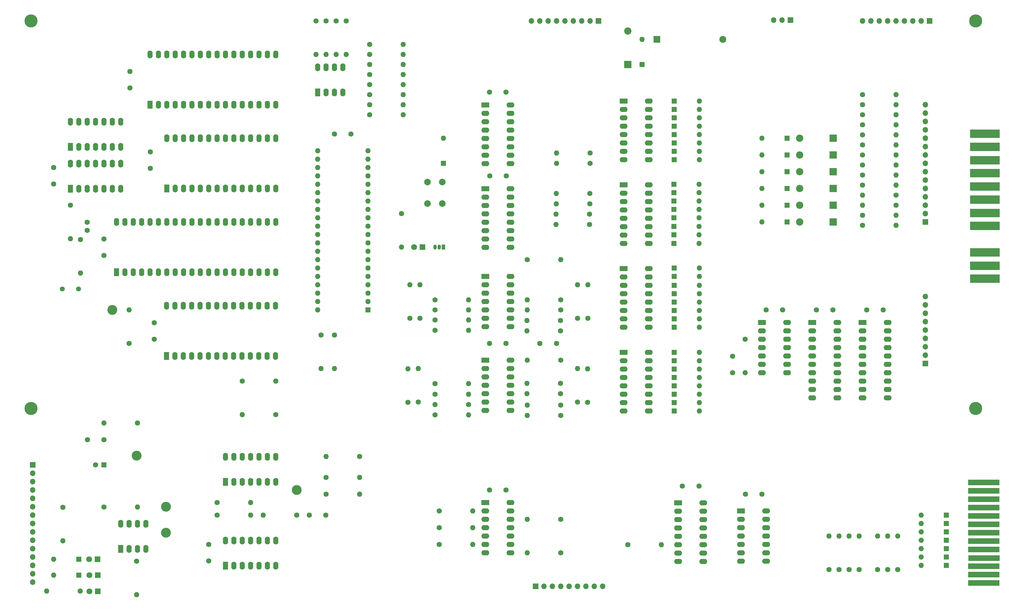
<source format=gbs>
G04 #@! TF.GenerationSoftware,KiCad,Pcbnew,6.0.4-6f826c9f35~116~ubuntu20.04.1*
G04 #@! TF.CreationDate,2022-04-15T20:21:11-04:00*
G04 #@! TF.ProjectId,gp-mpu,67702d6d-7075-42e6-9b69-6361645f7063,rev?*
G04 #@! TF.SameCoordinates,Original*
G04 #@! TF.FileFunction,Soldermask,Bot*
G04 #@! TF.FilePolarity,Negative*
%FSLAX46Y46*%
G04 Gerber Fmt 4.6, Leading zero omitted, Abs format (unit mm)*
G04 Created by KiCad (PCBNEW 6.0.4-6f826c9f35~116~ubuntu20.04.1) date 2022-04-15 20:21:11*
%MOMM*%
%LPD*%
G01*
G04 APERTURE LIST*
%ADD10R,1.600000X1.600000*%
%ADD11O,1.600000X1.600000*%
%ADD12C,1.600000*%
%ADD13R,1.600000X2.400000*%
%ADD14O,1.600000X2.400000*%
%ADD15R,1.700000X1.700000*%
%ADD16O,1.700000X1.700000*%
%ADD17C,3.000000*%
%ADD18R,2.200000X2.200000*%
%ADD19O,2.200000X2.200000*%
%ADD20R,1.800000X1.800000*%
%ADD21C,1.800000*%
%ADD22R,2.400000X1.600000*%
%ADD23O,2.400000X1.600000*%
%ADD24C,2.000000*%
%ADD25R,1.050000X1.500000*%
%ADD26O,1.050000X1.500000*%
%ADD27C,3.970020*%
%ADD28R,2.100000X2.100000*%
%ADD29C,2.100000*%
%ADD30R,9.525000X1.780000*%
%ADD31R,9.000000X2.500000*%
%ADD32C,1.500000*%
G04 APERTURE END LIST*
D10*
X203200000Y-73710800D03*
D11*
X210820000Y-73710800D03*
D12*
X152345000Y-153665000D03*
X147345000Y-153665000D03*
D13*
X44445000Y-36835000D03*
D14*
X46985000Y-36835000D03*
X49525000Y-36835000D03*
X52065000Y-36835000D03*
X54605000Y-36835000D03*
X57145000Y-36835000D03*
X59685000Y-36835000D03*
X62225000Y-36835000D03*
X64765000Y-36835000D03*
X67305000Y-36835000D03*
X69845000Y-36835000D03*
X72385000Y-36835000D03*
X74925000Y-36835000D03*
X77465000Y-36835000D03*
X80005000Y-36835000D03*
X82545000Y-36835000D03*
X82545000Y-21595000D03*
X80005000Y-21595000D03*
X77465000Y-21595000D03*
X74925000Y-21595000D03*
X72385000Y-21595000D03*
X69845000Y-21595000D03*
X67305000Y-21595000D03*
X64765000Y-21595000D03*
X62225000Y-21595000D03*
X59685000Y-21595000D03*
X57145000Y-21595000D03*
X54605000Y-21595000D03*
X52065000Y-21595000D03*
X49525000Y-21595000D03*
X46985000Y-21595000D03*
X44445000Y-21595000D03*
D10*
X203327000Y-124587000D03*
D11*
X210947000Y-124587000D03*
D12*
X270510000Y-67310000D03*
D11*
X260350000Y-67310000D03*
D12*
X97745000Y-161290000D03*
X92745000Y-161290000D03*
D13*
X67300000Y-176545000D03*
D14*
X69840000Y-176545000D03*
X72380000Y-176545000D03*
X74920000Y-176545000D03*
X77460000Y-176545000D03*
X80000000Y-176545000D03*
X82540000Y-176545000D03*
X82540000Y-168925000D03*
X80000000Y-168925000D03*
X77460000Y-168925000D03*
X74920000Y-168925000D03*
X72380000Y-168925000D03*
X69840000Y-168925000D03*
X67300000Y-168925000D03*
D15*
X279400000Y-115316000D03*
D16*
X279400000Y-112776000D03*
X279400000Y-110236000D03*
X279400000Y-107696000D03*
X279400000Y-105156000D03*
X279400000Y-102616000D03*
X279400000Y-100076000D03*
X279400000Y-97536000D03*
X279400000Y-94996000D03*
D12*
X40635000Y-133350000D03*
D11*
X30475000Y-133350000D03*
D17*
X88895000Y-153670000D03*
D12*
X88895000Y-161290000D03*
D11*
X78735000Y-161290000D03*
D12*
X125715000Y-126995000D03*
D11*
X125715000Y-116835000D03*
D12*
X23368000Y-77724000D03*
D11*
X23368000Y-87884000D03*
D10*
X285750000Y-171450000D03*
D11*
X278130000Y-171450000D03*
D10*
X285750000Y-161290000D03*
D11*
X278130000Y-161290000D03*
D18*
X251460000Y-57150000D03*
D19*
X241300000Y-57150000D03*
D12*
X270510000Y-64262000D03*
D11*
X260350000Y-64262000D03*
D12*
X264922000Y-177800000D03*
D11*
X264922000Y-167640000D03*
D20*
X28656200Y-184353200D03*
D21*
X26116200Y-184353200D03*
D12*
X177698400Y-66852800D03*
D11*
X167538400Y-66852800D03*
D12*
X130860800Y-121412000D03*
D11*
X141020800Y-121412000D03*
D22*
X146035000Y-157475000D03*
D23*
X146035000Y-160015000D03*
X146035000Y-162555000D03*
X146035000Y-165095000D03*
X146035000Y-167635000D03*
X146035000Y-170175000D03*
X146035000Y-172715000D03*
X153655000Y-172715000D03*
X153655000Y-170175000D03*
X153655000Y-167635000D03*
X153655000Y-165095000D03*
X153655000Y-162555000D03*
X153655000Y-160015000D03*
X153655000Y-157475000D03*
D12*
X82545000Y-130810000D03*
D11*
X72385000Y-130810000D03*
D12*
X30475000Y-82550000D03*
X30475000Y-77550000D03*
D10*
X203327000Y-40767000D03*
D11*
X210947000Y-40767000D03*
D22*
X229855000Y-102865000D03*
D23*
X229855000Y-105405000D03*
X229855000Y-107945000D03*
X229855000Y-110485000D03*
X229855000Y-113025000D03*
X229855000Y-115565000D03*
X229855000Y-118105000D03*
X237475000Y-118105000D03*
X237475000Y-115565000D03*
X237475000Y-113025000D03*
X237475000Y-110485000D03*
X237475000Y-107945000D03*
X237475000Y-105405000D03*
X237475000Y-102865000D03*
D22*
X204455000Y-157495000D03*
D23*
X204455000Y-160035000D03*
X204455000Y-162575000D03*
X204455000Y-165115000D03*
X204455000Y-167655000D03*
X204455000Y-170195000D03*
X204455000Y-172735000D03*
X204455000Y-175275000D03*
X212075000Y-175275000D03*
X212075000Y-172735000D03*
X212075000Y-170195000D03*
X212075000Y-167655000D03*
X212075000Y-165115000D03*
X212075000Y-162575000D03*
X212075000Y-160035000D03*
X212075000Y-157495000D03*
D12*
X132080000Y-170180000D03*
D11*
X142240000Y-170180000D03*
D13*
X20310000Y-49545000D03*
D14*
X22850000Y-49545000D03*
X25390000Y-49545000D03*
X27930000Y-49545000D03*
X30470000Y-49545000D03*
X33010000Y-49545000D03*
X35550000Y-49545000D03*
X35550000Y-41925000D03*
X33010000Y-41925000D03*
X30470000Y-41925000D03*
X27930000Y-41925000D03*
X25390000Y-41925000D03*
X22850000Y-41925000D03*
X20310000Y-41925000D03*
D12*
X20315000Y-67310000D03*
D11*
X20315000Y-77470000D03*
D12*
X64765000Y-161290000D03*
D11*
X74925000Y-161290000D03*
D12*
X44577000Y-51094000D03*
X44577000Y-56094000D03*
X110998000Y-33782000D03*
D11*
X121158000Y-33782000D03*
D24*
X128560000Y-66750000D03*
X128560000Y-60250000D03*
X133060000Y-66750000D03*
X133060000Y-60250000D03*
D12*
X120650000Y-69850000D03*
D11*
X120650000Y-80010000D03*
D10*
X203327000Y-96647000D03*
D11*
X210947000Y-96647000D03*
D12*
X130860800Y-130860800D03*
D11*
X141020800Y-130860800D03*
D20*
X28605400Y-179425600D03*
D21*
X26065400Y-179425600D03*
D10*
X285750000Y-176530000D03*
D11*
X278130000Y-176530000D03*
D10*
X203200000Y-78841600D03*
D11*
X210820000Y-78841600D03*
D10*
X203200000Y-63500000D03*
D11*
X210820000Y-63500000D03*
D12*
X210805000Y-152415000D03*
X205805000Y-152415000D03*
D25*
X133350000Y-80010000D03*
D26*
X132080000Y-80010000D03*
X130810000Y-80010000D03*
D10*
X203200000Y-71120000D03*
D11*
X210820000Y-71120000D03*
D10*
X203327000Y-116967000D03*
D11*
X210947000Y-116967000D03*
D12*
X107950000Y-143510000D03*
D11*
X97790000Y-143510000D03*
D12*
X110998000Y-27686000D03*
D11*
X121158000Y-27686000D03*
D27*
X8382000Y-11430000D03*
D10*
X203327000Y-94107000D03*
D11*
X210947000Y-94107000D03*
D10*
X203200000Y-68580000D03*
D11*
X210820000Y-68580000D03*
D17*
X33015000Y-99060000D03*
D15*
X280660000Y-11430000D03*
D16*
X278120000Y-11430000D03*
X275580000Y-11430000D03*
X273040000Y-11430000D03*
X270500000Y-11430000D03*
X267960000Y-11430000D03*
X265420000Y-11430000D03*
X262880000Y-11430000D03*
X260340000Y-11430000D03*
D13*
X49535000Y-62210000D03*
D14*
X52075000Y-62210000D03*
X54615000Y-62210000D03*
X57155000Y-62210000D03*
X59695000Y-62210000D03*
X62235000Y-62210000D03*
X64775000Y-62210000D03*
X67315000Y-62210000D03*
X69855000Y-62210000D03*
X72395000Y-62210000D03*
X74935000Y-62210000D03*
X77475000Y-62210000D03*
X80015000Y-62210000D03*
X82555000Y-62210000D03*
X82555000Y-46970000D03*
X80015000Y-46970000D03*
X77475000Y-46970000D03*
X74935000Y-46970000D03*
X72395000Y-46970000D03*
X69855000Y-46970000D03*
X67315000Y-46970000D03*
X64775000Y-46970000D03*
X62235000Y-46970000D03*
X59695000Y-46970000D03*
X57155000Y-46970000D03*
X54615000Y-46970000D03*
X52075000Y-46970000D03*
X49535000Y-46970000D03*
D10*
X203200000Y-60960000D03*
D11*
X210820000Y-60960000D03*
D10*
X285750000Y-173990000D03*
D11*
X278130000Y-173990000D03*
D12*
X260350000Y-42926000D03*
D11*
X270510000Y-42926000D03*
D12*
X132080000Y-160020000D03*
D11*
X142240000Y-160020000D03*
D28*
X198038914Y-17018000D03*
D29*
X218038914Y-17018000D03*
D12*
X100838000Y-11430000D03*
D11*
X100838000Y-21590000D03*
D12*
X177698400Y-63703200D03*
D11*
X167538400Y-63703200D03*
D12*
X260350000Y-55118000D03*
D11*
X270510000Y-55118000D03*
D20*
X127000000Y-80010000D03*
D21*
X124460000Y-80010000D03*
D10*
X110490000Y-99055000D03*
D11*
X110490000Y-96515000D03*
X110490000Y-93975000D03*
X110490000Y-91435000D03*
X110490000Y-88895000D03*
X110490000Y-86355000D03*
X110490000Y-83815000D03*
X110490000Y-81275000D03*
X110490000Y-78735000D03*
X110490000Y-76195000D03*
X110490000Y-73655000D03*
X110490000Y-71115000D03*
X110490000Y-68575000D03*
X110490000Y-66035000D03*
X110490000Y-63495000D03*
X110490000Y-60955000D03*
X110490000Y-58415000D03*
X110490000Y-55875000D03*
X110490000Y-53335000D03*
X110490000Y-50795000D03*
X95250000Y-50795000D03*
X95250000Y-53335000D03*
X95250000Y-55875000D03*
X95250000Y-58415000D03*
X95250000Y-60955000D03*
X95250000Y-63495000D03*
X95250000Y-66035000D03*
X95250000Y-68575000D03*
X95250000Y-71115000D03*
X95250000Y-73655000D03*
X95250000Y-76195000D03*
X95250000Y-78735000D03*
X95250000Y-81275000D03*
X95250000Y-83815000D03*
X95250000Y-86355000D03*
X95250000Y-88895000D03*
X95250000Y-91435000D03*
X95250000Y-93975000D03*
X95250000Y-96515000D03*
X95250000Y-99055000D03*
D18*
X251460000Y-46990000D03*
D19*
X241300000Y-46990000D03*
D13*
X67300000Y-151145000D03*
D14*
X69840000Y-151145000D03*
X72380000Y-151145000D03*
X74920000Y-151145000D03*
X77460000Y-151145000D03*
X80000000Y-151145000D03*
X82540000Y-151145000D03*
X82540000Y-143525000D03*
X80000000Y-143525000D03*
X77460000Y-143525000D03*
X74920000Y-143525000D03*
X72380000Y-143525000D03*
X69840000Y-143525000D03*
X67300000Y-143525000D03*
D10*
X133350000Y-54610000D03*
D11*
X133350000Y-46990000D03*
D12*
X220980000Y-118070000D03*
X220980000Y-113070000D03*
X130860800Y-124561600D03*
D11*
X141020800Y-124561600D03*
D20*
X28554600Y-174650400D03*
D21*
X26014600Y-174650400D03*
D12*
X168910000Y-99060000D03*
D11*
X158750000Y-99060000D03*
D12*
X130860800Y-105206800D03*
D11*
X141020800Y-105206800D03*
D12*
X260350000Y-52070000D03*
D11*
X270510000Y-52070000D03*
D12*
X168960800Y-131064000D03*
D11*
X158800800Y-131064000D03*
D12*
X110998000Y-24638000D03*
D11*
X121158000Y-24638000D03*
D27*
X8382000Y-128905000D03*
D10*
X203327000Y-43307000D03*
D11*
X210947000Y-43307000D03*
D12*
X168808400Y-102209600D03*
D11*
X158648400Y-102209600D03*
D10*
X203327000Y-88900000D03*
D11*
X210947000Y-88900000D03*
D22*
X260335000Y-102875000D03*
D23*
X260335000Y-105415000D03*
X260335000Y-107955000D03*
X260335000Y-110495000D03*
X260335000Y-113035000D03*
X260335000Y-115575000D03*
X260335000Y-118115000D03*
X260335000Y-120655000D03*
X260335000Y-123195000D03*
X260335000Y-125735000D03*
X267955000Y-125735000D03*
X267955000Y-123195000D03*
X267955000Y-120655000D03*
X267955000Y-118115000D03*
X267955000Y-115575000D03*
X267955000Y-113035000D03*
X267955000Y-110495000D03*
X267955000Y-107955000D03*
X267955000Y-105415000D03*
X267955000Y-102875000D03*
D12*
X97790000Y-149860000D03*
D11*
X107950000Y-149860000D03*
D12*
X18084800Y-158851600D03*
D11*
X18084800Y-169011600D03*
D13*
X20310000Y-62245000D03*
D14*
X22850000Y-62245000D03*
X25390000Y-62245000D03*
X27930000Y-62245000D03*
X30470000Y-62245000D03*
X33010000Y-62245000D03*
X35550000Y-62245000D03*
X35550000Y-54625000D03*
X33010000Y-54625000D03*
X30470000Y-54625000D03*
X27930000Y-54625000D03*
X25390000Y-54625000D03*
X22850000Y-54625000D03*
X20310000Y-54625000D03*
D12*
X168910000Y-172720000D03*
D11*
X158750000Y-172720000D03*
D10*
X203327000Y-35687000D03*
D11*
X210947000Y-35687000D03*
D18*
X251460000Y-52070000D03*
D19*
X241300000Y-52070000D03*
D12*
X130810000Y-102108000D03*
D11*
X140970000Y-102108000D03*
D12*
X110998000Y-36830000D03*
D11*
X121158000Y-36830000D03*
D12*
X15235000Y-55880000D03*
X15235000Y-60880000D03*
D18*
X189230000Y-24638000D03*
D19*
X189230000Y-14478000D03*
D12*
X256286000Y-177800000D03*
D11*
X256286000Y-167640000D03*
D12*
X259334000Y-177800000D03*
D11*
X259334000Y-167640000D03*
D12*
X267970000Y-177800000D03*
D11*
X267970000Y-167640000D03*
D12*
X168910000Y-162560000D03*
D11*
X158750000Y-162560000D03*
D12*
X177800000Y-54610000D03*
D11*
X167640000Y-54610000D03*
D10*
X203327000Y-129667000D03*
D11*
X210947000Y-129667000D03*
D12*
X152360000Y-33020000D03*
X147360000Y-33020000D03*
X38354000Y-26710000D03*
X38354000Y-31710000D03*
X100325000Y-106680000D03*
D11*
X100325000Y-116840000D03*
D12*
X168859200Y-105359200D03*
D11*
X158699200Y-105359200D03*
D12*
X122580400Y-127050800D03*
D11*
X122580400Y-116890800D03*
D10*
X203327000Y-127127000D03*
D11*
X210947000Y-127127000D03*
D15*
X161285000Y-182880000D03*
D16*
X163825000Y-182880000D03*
X166365000Y-182880000D03*
X168905000Y-182880000D03*
X171445000Y-182880000D03*
X173985000Y-182880000D03*
X176525000Y-182880000D03*
X179065000Y-182880000D03*
X181605000Y-182880000D03*
D12*
X260350000Y-70358000D03*
D11*
X270510000Y-70358000D03*
D12*
X96275000Y-106680000D03*
D11*
X96275000Y-116840000D03*
D12*
X168910000Y-95961200D03*
D11*
X158750000Y-95961200D03*
D12*
X30475000Y-138430000D03*
X25475000Y-138430000D03*
D22*
X245095000Y-102875000D03*
D23*
X245095000Y-105415000D03*
X245095000Y-107955000D03*
X245095000Y-110495000D03*
X245095000Y-113035000D03*
X245095000Y-115575000D03*
X245095000Y-118115000D03*
X245095000Y-120655000D03*
X245095000Y-123195000D03*
X245095000Y-125735000D03*
X252715000Y-125735000D03*
X252715000Y-123195000D03*
X252715000Y-120655000D03*
X252715000Y-118115000D03*
X252715000Y-115575000D03*
X252715000Y-113035000D03*
X252715000Y-110495000D03*
X252715000Y-107955000D03*
X252715000Y-105415000D03*
X252715000Y-102875000D03*
D10*
X203200000Y-66040000D03*
D11*
X210820000Y-66040000D03*
D12*
X110998000Y-18542000D03*
D11*
X121158000Y-18542000D03*
D22*
X146035000Y-36845000D03*
D23*
X146035000Y-39385000D03*
X146035000Y-41925000D03*
X146035000Y-44465000D03*
X146035000Y-47005000D03*
X146035000Y-49545000D03*
X146035000Y-52085000D03*
X146035000Y-54625000D03*
X153655000Y-54625000D03*
X153655000Y-52085000D03*
X153655000Y-49545000D03*
X153655000Y-47005000D03*
X153655000Y-44465000D03*
X153655000Y-41925000D03*
X153655000Y-39385000D03*
X153655000Y-36845000D03*
D12*
X100370000Y-45720000D03*
X105370000Y-45720000D03*
D10*
X193548000Y-24638000D03*
D11*
X193548000Y-17018000D03*
D22*
X146035000Y-114295000D03*
D23*
X146035000Y-116835000D03*
X146035000Y-119375000D03*
X146035000Y-121915000D03*
X146035000Y-124455000D03*
X146035000Y-126995000D03*
X146035000Y-129535000D03*
X153655000Y-129535000D03*
X153655000Y-126995000D03*
X153655000Y-124455000D03*
X153655000Y-121915000D03*
X153655000Y-119375000D03*
X153655000Y-116835000D03*
X153655000Y-114295000D03*
D12*
X40386000Y-175260000D03*
D11*
X40386000Y-185420000D03*
D13*
X34290000Y-87635000D03*
D14*
X36830000Y-87635000D03*
X39370000Y-87635000D03*
X41910000Y-87635000D03*
X44450000Y-87635000D03*
X46990000Y-87635000D03*
X49530000Y-87635000D03*
X52070000Y-87635000D03*
X54610000Y-87635000D03*
X57150000Y-87635000D03*
X59690000Y-87635000D03*
X62230000Y-87635000D03*
X64770000Y-87635000D03*
X67310000Y-87635000D03*
X69850000Y-87635000D03*
X72390000Y-87635000D03*
X74930000Y-87635000D03*
X77470000Y-87635000D03*
X80010000Y-87635000D03*
X82550000Y-87635000D03*
X82550000Y-72395000D03*
X80010000Y-72395000D03*
X77470000Y-72395000D03*
X74930000Y-72395000D03*
X72390000Y-72395000D03*
X69850000Y-72395000D03*
X67310000Y-72395000D03*
X64770000Y-72395000D03*
X62230000Y-72395000D03*
X59690000Y-72395000D03*
X57150000Y-72395000D03*
X54610000Y-72395000D03*
X52070000Y-72395000D03*
X49530000Y-72395000D03*
X46990000Y-72395000D03*
X44450000Y-72395000D03*
X41910000Y-72395000D03*
X39370000Y-72395000D03*
X36830000Y-72395000D03*
X34290000Y-72395000D03*
D12*
X25395000Y-74930000D03*
X25395000Y-72430000D03*
D10*
X203327000Y-38227000D03*
D11*
X210947000Y-38227000D03*
D10*
X237490000Y-72390000D03*
D11*
X229870000Y-72390000D03*
D12*
X260350000Y-33782000D03*
D11*
X270510000Y-33782000D03*
D10*
X203327000Y-122047000D03*
D11*
X210947000Y-122047000D03*
D10*
X203327000Y-111887000D03*
D11*
X210947000Y-111887000D03*
D10*
X203327000Y-91567000D03*
D11*
X210947000Y-91567000D03*
D12*
X168960800Y-127863600D03*
D11*
X158800800Y-127863600D03*
D12*
X64765000Y-157480000D03*
D11*
X74925000Y-157480000D03*
D12*
X177647600Y-69951600D03*
D11*
X167487600Y-69951600D03*
D12*
X130810000Y-95961200D03*
D11*
X140970000Y-95961200D03*
D12*
X177800000Y-51460400D03*
D11*
X167640000Y-51460400D03*
D30*
X297130200Y-181827200D03*
X297130200Y-179287200D03*
X297130200Y-176747200D03*
X297168300Y-174258000D03*
X297130200Y-171667200D03*
X297130200Y-169127200D03*
X297130200Y-166587200D03*
X297130200Y-164047200D03*
X297130200Y-161507200D03*
X297130200Y-158967200D03*
X297130200Y-156427200D03*
X297130200Y-153887200D03*
X297142900Y-151321800D03*
D12*
X141020800Y-127711200D03*
D11*
X130860800Y-127711200D03*
D22*
X187960000Y-111887000D03*
D23*
X187960000Y-114427000D03*
X187960000Y-116967000D03*
X187960000Y-119507000D03*
X187960000Y-122047000D03*
X187960000Y-124587000D03*
X187960000Y-127127000D03*
X187960000Y-129667000D03*
X195580000Y-129667000D03*
X195580000Y-127127000D03*
X195580000Y-124587000D03*
X195580000Y-122047000D03*
X195580000Y-119507000D03*
X195580000Y-116967000D03*
X195580000Y-114427000D03*
X195580000Y-111887000D03*
D12*
X250190000Y-177800000D03*
D11*
X250190000Y-167640000D03*
D12*
X260350000Y-49022000D03*
D11*
X270510000Y-49022000D03*
D10*
X203327000Y-50927000D03*
D11*
X210947000Y-50927000D03*
D12*
X168859200Y-124460000D03*
D11*
X158699200Y-124460000D03*
D10*
X22860000Y-179425600D03*
D11*
X15240000Y-179425600D03*
D22*
X146035000Y-88895000D03*
D23*
X146035000Y-91435000D03*
X146035000Y-93975000D03*
X146035000Y-96515000D03*
X146035000Y-99055000D03*
X146035000Y-101595000D03*
X146035000Y-104135000D03*
X153655000Y-104135000D03*
X153655000Y-101595000D03*
X153655000Y-99055000D03*
X153655000Y-96515000D03*
X153655000Y-93975000D03*
X153655000Y-91435000D03*
X153655000Y-88895000D03*
D12*
X110998000Y-39878000D03*
D11*
X121158000Y-39878000D03*
D12*
X173975000Y-126995000D03*
D11*
X173975000Y-116835000D03*
D12*
X110998000Y-21590000D03*
D11*
X121158000Y-21590000D03*
D10*
X22860000Y-174599600D03*
D11*
X15240000Y-174599600D03*
D12*
X251405000Y-99060000D03*
X246405000Y-99060000D03*
D10*
X203327000Y-48387000D03*
D11*
X210947000Y-48387000D03*
D10*
X203327000Y-53467000D03*
D11*
X210947000Y-53467000D03*
D12*
X177088800Y-127050800D03*
D11*
X177088800Y-116890800D03*
D10*
X237490000Y-57150000D03*
D11*
X229870000Y-57150000D03*
D31*
X297475000Y-89564000D03*
X297475000Y-85614000D03*
X297475000Y-81564000D03*
X297475000Y-73564000D03*
X297475000Y-69614000D03*
X297475000Y-65564000D03*
X297475000Y-61614000D03*
X297475000Y-57564000D03*
X297475000Y-53614000D03*
X297475000Y-49564000D03*
X297475000Y-45614000D03*
D10*
X203200000Y-76250800D03*
D11*
X210820000Y-76250800D03*
D12*
X132080000Y-165100000D03*
D11*
X142240000Y-165100000D03*
D32*
X17865000Y-92680000D03*
X22765000Y-92680000D03*
D18*
X251460000Y-72390000D03*
D19*
X241300000Y-72390000D03*
D12*
X173975000Y-101600000D03*
D11*
X173975000Y-91440000D03*
D12*
X30485000Y-158765000D03*
D11*
X40645000Y-158765000D03*
D12*
X260350000Y-39878000D03*
D11*
X270510000Y-39878000D03*
D10*
X203327000Y-119507000D03*
D11*
X210947000Y-119507000D03*
D12*
X126238000Y-101600000D03*
D11*
X126238000Y-91440000D03*
D10*
X237490000Y-52070000D03*
D11*
X229870000Y-52070000D03*
D12*
X158735000Y-83820000D03*
D11*
X168895000Y-83820000D03*
D12*
X260350000Y-36830000D03*
D11*
X270510000Y-36830000D03*
D10*
X285750000Y-168910000D03*
D11*
X278130000Y-168910000D03*
D10*
X237490000Y-67310000D03*
D11*
X229870000Y-67310000D03*
D12*
X123175000Y-101600000D03*
D11*
X123175000Y-91440000D03*
D22*
X187960000Y-61087000D03*
D23*
X187960000Y-63627000D03*
X187960000Y-66167000D03*
X187960000Y-68707000D03*
X187960000Y-71247000D03*
X187960000Y-73787000D03*
X187960000Y-76327000D03*
X187960000Y-78867000D03*
X195580000Y-78867000D03*
X195580000Y-76327000D03*
X195580000Y-73787000D03*
X195580000Y-71247000D03*
X195580000Y-68707000D03*
X195580000Y-66167000D03*
X195580000Y-63627000D03*
X195580000Y-61087000D03*
D12*
X97795000Y-11430000D03*
D11*
X97795000Y-21590000D03*
D13*
X35565000Y-171465000D03*
D14*
X38105000Y-171465000D03*
X40645000Y-171465000D03*
X43185000Y-171465000D03*
X43185000Y-163845000D03*
X40645000Y-163845000D03*
X38105000Y-163845000D03*
X35565000Y-163845000D03*
D22*
X187960000Y-86487000D03*
D23*
X187960000Y-89027000D03*
X187960000Y-91567000D03*
X187960000Y-94107000D03*
X187960000Y-96647000D03*
X187960000Y-99187000D03*
X187960000Y-101727000D03*
X187960000Y-104267000D03*
X195580000Y-104267000D03*
X195580000Y-101727000D03*
X195580000Y-99187000D03*
X195580000Y-96647000D03*
X195580000Y-94107000D03*
X195580000Y-91567000D03*
X195580000Y-89027000D03*
X195580000Y-86487000D03*
D12*
X260350000Y-73406000D03*
D11*
X270510000Y-73406000D03*
D12*
X94742000Y-11430000D03*
D11*
X94742000Y-21590000D03*
D12*
X38095000Y-109220000D03*
D11*
X38095000Y-99060000D03*
D17*
X49276000Y-158750000D03*
D13*
X95255000Y-33035000D03*
D14*
X97795000Y-33035000D03*
X100335000Y-33035000D03*
X102875000Y-33035000D03*
X102875000Y-25415000D03*
X100335000Y-25415000D03*
X97795000Y-25415000D03*
X95255000Y-25415000D03*
D12*
X62225000Y-170180000D03*
X62225000Y-175180000D03*
D10*
X203327000Y-104267000D03*
D11*
X210947000Y-104267000D03*
D15*
X8885000Y-146055000D03*
D16*
X8885000Y-148595000D03*
X8885000Y-151135000D03*
X8885000Y-153675000D03*
X8885000Y-156215000D03*
X8885000Y-158755000D03*
X8885000Y-161295000D03*
X8885000Y-163835000D03*
X8885000Y-166375000D03*
X8885000Y-168915000D03*
X8885000Y-171455000D03*
X8885000Y-173995000D03*
X8885000Y-176535000D03*
X8885000Y-179075000D03*
X8885000Y-181615000D03*
D10*
X203327000Y-114427000D03*
D11*
X210947000Y-114427000D03*
D12*
X177647600Y-73101200D03*
D11*
X167487600Y-73101200D03*
D12*
X103886000Y-11430000D03*
D11*
X103886000Y-21590000D03*
D12*
X167625000Y-109215000D03*
X162625000Y-109215000D03*
D22*
X187960000Y-35687000D03*
D23*
X187960000Y-38227000D03*
X187960000Y-40767000D03*
X187960000Y-43307000D03*
X187960000Y-45847000D03*
X187960000Y-48387000D03*
X187960000Y-50927000D03*
X187960000Y-53467000D03*
X195580000Y-53467000D03*
X195580000Y-50927000D03*
X195580000Y-48387000D03*
X195580000Y-45847000D03*
X195580000Y-43307000D03*
X195580000Y-40767000D03*
X195580000Y-38227000D03*
X195580000Y-35687000D03*
D10*
X30475000Y-146050000D03*
D12*
X27975000Y-146050000D03*
X177139600Y-101600000D03*
D11*
X177139600Y-91440000D03*
D12*
X72385000Y-120650000D03*
D11*
X82545000Y-120650000D03*
D22*
X146035000Y-62245000D03*
D23*
X146035000Y-64785000D03*
X146035000Y-67325000D03*
X146035000Y-69865000D03*
X146035000Y-72405000D03*
X146035000Y-74945000D03*
X146035000Y-77485000D03*
X146035000Y-80025000D03*
X153655000Y-80025000D03*
X153655000Y-77485000D03*
X153655000Y-74945000D03*
X153655000Y-72405000D03*
X153655000Y-69865000D03*
X153655000Y-67325000D03*
X153655000Y-64785000D03*
X153655000Y-62245000D03*
D12*
X260350000Y-45974000D03*
D11*
X270510000Y-45974000D03*
D10*
X237490000Y-46990000D03*
D11*
X229870000Y-46990000D03*
D12*
X97790000Y-154940000D03*
D11*
X107950000Y-154940000D03*
D15*
X279400000Y-72385000D03*
D16*
X279400000Y-69845000D03*
X279400000Y-67305000D03*
X279400000Y-64765000D03*
X279400000Y-62225000D03*
X279400000Y-59685000D03*
X279400000Y-57145000D03*
X279400000Y-54605000D03*
X279400000Y-52065000D03*
X279400000Y-49525000D03*
X279400000Y-46985000D03*
X279400000Y-44445000D03*
X279400000Y-41905000D03*
X279400000Y-39365000D03*
X279400000Y-36825000D03*
D15*
X238506000Y-11176000D03*
D16*
X235966000Y-11176000D03*
X233426000Y-11176000D03*
D12*
X168895000Y-114295000D03*
D11*
X158735000Y-114295000D03*
D27*
X294640000Y-11430000D03*
D13*
X49510000Y-113035000D03*
D14*
X52050000Y-113035000D03*
X54590000Y-113035000D03*
X57130000Y-113035000D03*
X59670000Y-113035000D03*
X62210000Y-113035000D03*
X64750000Y-113035000D03*
X67290000Y-113035000D03*
X69830000Y-113035000D03*
X72370000Y-113035000D03*
X74910000Y-113035000D03*
X77450000Y-113035000D03*
X79990000Y-113035000D03*
X82530000Y-113035000D03*
X82530000Y-97795000D03*
X79990000Y-97795000D03*
X77450000Y-97795000D03*
X74910000Y-97795000D03*
X72370000Y-97795000D03*
X69830000Y-97795000D03*
X67290000Y-97795000D03*
X64750000Y-97795000D03*
X62210000Y-97795000D03*
X59670000Y-97795000D03*
X57130000Y-97795000D03*
X54590000Y-97795000D03*
X52050000Y-97795000D03*
X49510000Y-97795000D03*
D12*
X266645000Y-99065000D03*
X261645000Y-99065000D03*
X23266400Y-184302400D03*
D11*
X13106400Y-184302400D03*
D12*
X110998000Y-30734000D03*
D11*
X121158000Y-30734000D03*
D17*
X40386000Y-143256000D03*
D10*
X285750000Y-166370000D03*
D11*
X278130000Y-166370000D03*
D18*
X251460000Y-67310000D03*
D19*
X241300000Y-67310000D03*
D12*
X229870000Y-154940000D03*
X224870000Y-154940000D03*
X147345000Y-109220000D03*
X152345000Y-109220000D03*
D10*
X203327000Y-99187000D03*
D11*
X210947000Y-99187000D03*
D10*
X203327000Y-101727000D03*
D11*
X210947000Y-101727000D03*
D18*
X251460000Y-62230000D03*
D19*
X241300000Y-62230000D03*
D12*
X271018000Y-177800000D03*
D11*
X271018000Y-167640000D03*
D12*
X168859200Y-121259600D03*
D11*
X158699200Y-121259600D03*
D12*
X253238000Y-177800000D03*
D11*
X253238000Y-167640000D03*
D10*
X203327000Y-45847000D03*
D11*
X210947000Y-45847000D03*
D12*
X130795000Y-99060000D03*
D11*
X140955000Y-99060000D03*
D27*
X294640000Y-128905000D03*
D10*
X237490000Y-62230000D03*
D11*
X229870000Y-62230000D03*
D12*
X224790000Y-107950000D03*
D11*
X224790000Y-118110000D03*
D10*
X285750000Y-163830000D03*
D11*
X278130000Y-163830000D03*
D12*
X236165000Y-99055000D03*
X231165000Y-99055000D03*
D22*
X223520000Y-160020000D03*
D23*
X223520000Y-162560000D03*
X223520000Y-165100000D03*
X223520000Y-167640000D03*
X223520000Y-170180000D03*
X223520000Y-172720000D03*
X223520000Y-175260000D03*
X231140000Y-175260000D03*
X231140000Y-172720000D03*
X231140000Y-170180000D03*
X231140000Y-167640000D03*
X231140000Y-165100000D03*
X231140000Y-162560000D03*
X231140000Y-160020000D03*
D12*
X152400000Y-58420000D03*
X147400000Y-58420000D03*
D15*
X180325000Y-11430000D03*
D16*
X177785000Y-11430000D03*
X175245000Y-11430000D03*
X172705000Y-11430000D03*
X170165000Y-11430000D03*
X167625000Y-11430000D03*
X165085000Y-11430000D03*
X162545000Y-11430000D03*
X160005000Y-11430000D03*
D12*
X260350000Y-61214000D03*
D11*
X270510000Y-61214000D03*
D12*
X260350000Y-58166000D03*
D11*
X270510000Y-58166000D03*
D10*
X203327000Y-86309200D03*
D11*
X210947000Y-86309200D03*
D17*
X49276000Y-166624000D03*
D12*
X189230000Y-170195000D03*
D11*
X199390000Y-170195000D03*
D12*
X45715000Y-102910000D03*
X45715000Y-107910000D03*
M02*

</source>
